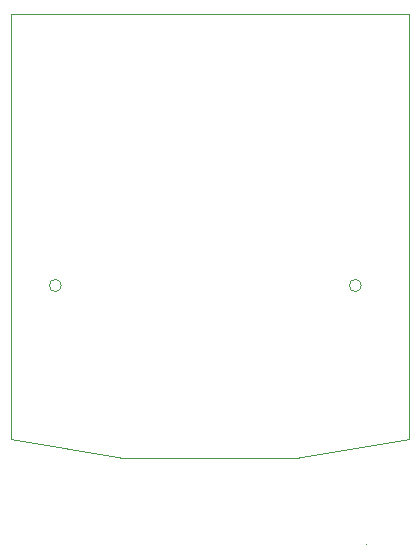
<source format=gm1>
%FSLAX25Y25*%
%MOIN*%
G70*
G01*
G75*
G04 Layer_Color=16711935*
%ADD10O,0.08661X0.02362*%
%ADD11R,0.05000X0.06000*%
%ADD12C,0.01500*%
%ADD13C,0.01000*%
%ADD14C,0.02500*%
%ADD15O,0.06300X0.07874*%
%ADD16R,0.06300X0.07874*%
%ADD17C,0.03937*%
G04:AMPARAMS|DCode=18|XSize=78.74mil|YSize=78.74mil|CornerRadius=19.69mil|HoleSize=0mil|Usage=FLASHONLY|Rotation=180.000|XOffset=0mil|YOffset=0mil|HoleType=Round|Shape=RoundedRectangle|*
%AMROUNDEDRECTD18*
21,1,0.07874,0.03937,0,0,180.0*
21,1,0.03937,0.07874,0,0,180.0*
1,1,0.03937,-0.01969,0.01969*
1,1,0.03937,0.01969,0.01969*
1,1,0.03937,0.01969,-0.01969*
1,1,0.03937,-0.01969,-0.01969*
%
%ADD18ROUNDEDRECTD18*%
%ADD19R,0.03937X0.03937*%
%ADD20C,0.05200*%
%ADD21R,0.05200X0.05200*%
%ADD22R,0.02000X0.02500*%
%ADD23R,0.06000X0.06000*%
%ADD24R,0.06000X0.05000*%
%ADD25R,0.15000X0.08500*%
%ADD26C,0.09700*%
%ADD27C,0.05000*%
%ADD28C,0.02000*%
%ADD29C,0.04000*%
%ADD30C,0.09100*%
G04:AMPARAMS|DCode=31|XSize=111mil|YSize=111mil|CornerRadius=0mil|HoleSize=0mil|Usage=FLASHONLY|Rotation=0.000|XOffset=0mil|YOffset=0mil|HoleType=Round|Shape=Relief|Width=10mil|Gap=10mil|Entries=4|*
%AMTHD31*
7,0,0,0.11100,0.09100,0.01000,45*
%
%ADD31THD31*%
%ADD32C,0.06913*%
%ADD33C,0.09315*%
%ADD34C,0.07800*%
%ADD35C,0.04800*%
G04:AMPARAMS|DCode=36|XSize=68mil|YSize=68mil|CornerRadius=0mil|HoleSize=0mil|Usage=FLASHONLY|Rotation=0.000|XOffset=0mil|YOffset=0mil|HoleType=Round|Shape=Relief|Width=10mil|Gap=10mil|Entries=4|*
%AMTHD36*
7,0,0,0.06800,0.04800,0.01000,45*
%
%ADD36THD36*%
%ADD37C,0.12500*%
G04:AMPARAMS|DCode=38|XSize=88mil|YSize=88mil|CornerRadius=0mil|HoleSize=0mil|Usage=FLASHONLY|Rotation=0.000|XOffset=0mil|YOffset=0mil|HoleType=Round|Shape=Relief|Width=10mil|Gap=10mil|Entries=4|*
%AMTHD38*
7,0,0,0.08800,0.06800,0.01000,45*
%
%ADD38THD38*%
%ADD39C,0.06800*%
%ADD40C,0.03000*%
%ADD41C,0.00600*%
G04:AMPARAMS|DCode=42|XSize=98mil|YSize=98mil|CornerRadius=0mil|HoleSize=0mil|Usage=FLASHONLY|Rotation=0.000|XOffset=0mil|YOffset=0mil|HoleType=Round|Shape=Relief|Width=10mil|Gap=10mil|Entries=4|*
%AMTHD42*
7,0,0,0.09800,0.07800,0.01000,45*
%
%ADD42THD42*%
%ADD43R,0.06102X0.01575*%
%ADD44C,0.01200*%
%ADD45C,0.00984*%
%ADD46C,0.00984*%
%ADD47C,0.00787*%
%ADD48O,0.09461X0.03162*%
%ADD49R,0.05800X0.06800*%
%ADD50O,0.07100X0.08674*%
%ADD51R,0.07100X0.08674*%
%ADD52C,0.04737*%
G04:AMPARAMS|DCode=53|XSize=86.74mil|YSize=86.74mil|CornerRadius=23.69mil|HoleSize=0mil|Usage=FLASHONLY|Rotation=180.000|XOffset=0mil|YOffset=0mil|HoleType=Round|Shape=RoundedRectangle|*
%AMROUNDEDRECTD53*
21,1,0.08674,0.03937,0,0,180.0*
21,1,0.03937,0.08674,0,0,180.0*
1,1,0.04737,-0.01969,0.01969*
1,1,0.04737,0.01969,0.01969*
1,1,0.04737,0.01969,-0.01969*
1,1,0.04737,-0.01969,-0.01969*
%
%ADD53ROUNDEDRECTD53*%
%ADD54R,0.04737X0.04737*%
%ADD55C,0.06000*%
%ADD56R,0.06000X0.06000*%
%ADD57R,0.02800X0.03300*%
%ADD58R,0.06800X0.06800*%
%ADD59R,0.06800X0.05800*%
%ADD60R,0.15800X0.09300*%
%ADD61C,0.10500*%
%ADD62R,0.06902X0.02375*%
%ADD63C,0.02800*%
%ADD64C,0.00800*%
%ADD65C,0.00394*%
D65*
X16900Y57500D02*
G03*
X16900Y57500I-2000J0D01*
G01*
X116900D02*
G03*
X116900Y57500I-2000J0D01*
G01*
X0Y148000D02*
X132900D01*
X118400Y-28700D02*
Y-28600D01*
X0Y6300D02*
Y148000D01*
X132900Y6300D02*
Y148000D01*
X95300Y0D02*
X132900Y6300D01*
X0D02*
X37600Y0D01*
X95300D01*
M02*

</source>
